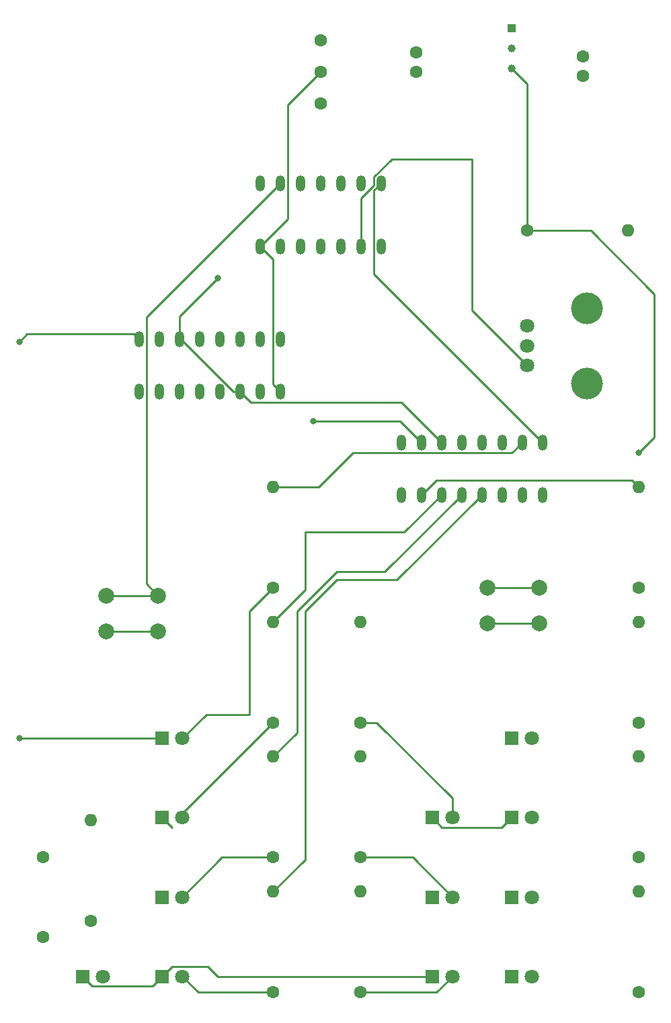
<source format=gbr>
%TF.GenerationSoftware,KiCad,Pcbnew,5.1.8-db9833491~87~ubuntu18.04.1*%
%TF.CreationDate,2020-11-24T07:54:30-06:00*%
%TF.ProjectId,binary-clock-01,62696e61-7279-42d6-936c-6f636b2d3031,rev?*%
%TF.SameCoordinates,Original*%
%TF.FileFunction,Copper,L2,Bot*%
%TF.FilePolarity,Positive*%
%FSLAX46Y46*%
G04 Gerber Fmt 4.6, Leading zero omitted, Abs format (unit mm)*
G04 Created by KiCad (PCBNEW 5.1.8-db9833491~87~ubuntu18.04.1) date 2020-11-24 07:54:30*
%MOMM*%
%LPD*%
G01*
G04 APERTURE LIST*
%TA.AperFunction,ComponentPad*%
%ADD10O,1.200000X2.000000*%
%TD*%
%TA.AperFunction,ComponentPad*%
%ADD11C,1.600000*%
%TD*%
%TA.AperFunction,ComponentPad*%
%ADD12R,1.800000X1.800000*%
%TD*%
%TA.AperFunction,ComponentPad*%
%ADD13C,1.800000*%
%TD*%
%TA.AperFunction,ComponentPad*%
%ADD14O,1.600000X1.600000*%
%TD*%
%TA.AperFunction,WasherPad*%
%ADD15C,4.000000*%
%TD*%
%TA.AperFunction,ComponentPad*%
%ADD16C,2.000000*%
%TD*%
%TA.AperFunction,ComponentPad*%
%ADD17R,1.000000X1.000000*%
%TD*%
%TA.AperFunction,ComponentPad*%
%ADD18C,1.000000*%
%TD*%
%TA.AperFunction,ViaPad*%
%ADD19C,1.600000*%
%TD*%
%TA.AperFunction,ViaPad*%
%ADD20C,0.800000*%
%TD*%
%TA.AperFunction,Conductor*%
%ADD21C,0.250000*%
%TD*%
G04 APERTURE END LIST*
D10*
%TO.P,U102,8*%
%TO.N,GND*%
X100110000Y-74700000D03*
%TO.P,U102,9*%
%TO.N,Net-(U102-Pad9)*%
X100110000Y-81300000D03*
%TO.P,U102,7*%
%TO.N,/SR_DATA*%
X102650000Y-74700000D03*
%TO.P,U102,10*%
%TO.N,Net-(U102-Pad10)*%
X102650000Y-81300000D03*
%TO.P,U102,6*%
%TO.N,/SR_RESET*%
X105190000Y-74700000D03*
%TO.P,U102,11*%
%TO.N,/MM_D1_B2*%
X105190000Y-81300000D03*
%TO.P,U102,5*%
%TO.N,Net-(U102-Pad5)*%
X107730000Y-74700000D03*
%TO.P,U102,12*%
%TO.N,/MM_D1_B1*%
X107730000Y-81300000D03*
%TO.P,U102,4*%
%TO.N,Net-(U102-Pad4)*%
X110270000Y-74700000D03*
%TO.P,U102,13*%
%TO.N,/MM_D1_B0*%
X110270000Y-81300000D03*
%TO.P,U102,3*%
%TO.N,Net-(U102-Pad3)*%
X112810000Y-74700000D03*
%TO.P,U102,14*%
%TO.N,/SR_RESET*%
X112810000Y-81300000D03*
%TO.P,U102,2*%
%TO.N,/HH_D1_B0*%
X115350000Y-74700000D03*
%TO.P,U102,15*%
%TO.N,/SR_DATA*%
X115350000Y-81300000D03*
%TO.P,U102,1*%
%TO.N,/SR_CLK_3*%
X117890000Y-74700000D03*
%TO.P,U102,16*%
%TO.N,+3V3*%
X117890000Y-81300000D03*
%TD*%
D11*
%TO.P,C100,2*%
%TO.N,GND*%
X156000000Y-41500000D03*
%TO.P,C100,1*%
%TO.N,+BATT*%
X156000000Y-39000000D03*
%TD*%
%TO.P,C101,1*%
%TO.N,+3V3*%
X135000000Y-38500000D03*
%TO.P,C101,2*%
%TO.N,GND*%
X135000000Y-41000000D03*
%TD*%
D12*
%TO.P,D100,1*%
%TO.N,GND*%
X93000000Y-155000000D03*
D13*
%TO.P,D100,2*%
%TO.N,Net-(D100-Pad2)*%
X95540000Y-155000000D03*
%TD*%
%TO.P,D101,2*%
%TO.N,Net-(D101-Pad2)*%
X105540000Y-125000000D03*
D12*
%TO.P,D101,1*%
%TO.N,GND*%
X103000000Y-125000000D03*
%TD*%
D13*
%TO.P,D102,2*%
%TO.N,Net-(D102-Pad2)*%
X105540000Y-135000000D03*
D12*
%TO.P,D102,1*%
%TO.N,GND*%
X103000000Y-135000000D03*
%TD*%
%TO.P,D103,1*%
%TO.N,GND*%
X103000000Y-145000000D03*
D13*
%TO.P,D103,2*%
%TO.N,Net-(D103-Pad2)*%
X105540000Y-145000000D03*
%TD*%
%TO.P,D104,2*%
%TO.N,Net-(D104-Pad2)*%
X105540000Y-155000000D03*
D12*
%TO.P,D104,1*%
%TO.N,GND*%
X103000000Y-155000000D03*
%TD*%
%TO.P,D105,1*%
%TO.N,GND*%
X137000000Y-135000000D03*
D13*
%TO.P,D105,2*%
%TO.N,Net-(D105-Pad2)*%
X139540000Y-135000000D03*
%TD*%
%TO.P,D106,2*%
%TO.N,Net-(D106-Pad2)*%
X139540000Y-145000000D03*
D12*
%TO.P,D106,1*%
%TO.N,GND*%
X137000000Y-145000000D03*
%TD*%
%TO.P,D107,1*%
%TO.N,GND*%
X137000000Y-155000000D03*
D13*
%TO.P,D107,2*%
%TO.N,Net-(D107-Pad2)*%
X139540000Y-155000000D03*
%TD*%
%TO.P,D108,2*%
%TO.N,Net-(D108-Pad2)*%
X149540000Y-125000000D03*
D12*
%TO.P,D108,1*%
%TO.N,GND*%
X147000000Y-125000000D03*
%TD*%
%TO.P,D109,1*%
%TO.N,GND*%
X147000000Y-135000000D03*
D13*
%TO.P,D109,2*%
%TO.N,Net-(D109-Pad2)*%
X149540000Y-135000000D03*
%TD*%
%TO.P,D110,2*%
%TO.N,Net-(D110-Pad2)*%
X149540000Y-145000000D03*
D12*
%TO.P,D110,1*%
%TO.N,GND*%
X147000000Y-145000000D03*
%TD*%
%TO.P,D111,1*%
%TO.N,GND*%
X147000000Y-155000000D03*
D13*
%TO.P,D111,2*%
%TO.N,Net-(D111-Pad2)*%
X149540000Y-155000000D03*
%TD*%
D11*
%TO.P,R100,1*%
%TO.N,Net-(D100-Pad2)*%
X94000000Y-148000000D03*
D14*
%TO.P,R100,2*%
%TO.N,/HH_D1_B0*%
X94000000Y-135300000D03*
%TD*%
%TO.P,R101,2*%
%TO.N,/HH_D0_B3*%
X117000000Y-93300000D03*
D11*
%TO.P,R101,1*%
%TO.N,Net-(D101-Pad2)*%
X117000000Y-106000000D03*
%TD*%
%TO.P,R102,1*%
%TO.N,Net-(D102-Pad2)*%
X117000000Y-123000000D03*
D14*
%TO.P,R102,2*%
%TO.N,/HH_D0_B2*%
X117000000Y-110300000D03*
%TD*%
%TO.P,R103,2*%
%TO.N,/HH_D0_B1*%
X117000000Y-127300000D03*
D11*
%TO.P,R103,1*%
%TO.N,Net-(D103-Pad2)*%
X117000000Y-140000000D03*
%TD*%
%TO.P,R104,1*%
%TO.N,Net-(D104-Pad2)*%
X117000000Y-157000000D03*
D14*
%TO.P,R104,2*%
%TO.N,/HH_D0_B0*%
X117000000Y-144300000D03*
%TD*%
%TO.P,R105,2*%
%TO.N,/MM_D1_B2*%
X128000000Y-110300000D03*
D11*
%TO.P,R105,1*%
%TO.N,Net-(D105-Pad2)*%
X128000000Y-123000000D03*
%TD*%
%TO.P,R106,1*%
%TO.N,Net-(D106-Pad2)*%
X128000000Y-140000000D03*
D14*
%TO.P,R106,2*%
%TO.N,/MM_D1_B1*%
X128000000Y-127300000D03*
%TD*%
D11*
%TO.P,R107,1*%
%TO.N,Net-(D107-Pad2)*%
X128000000Y-157000000D03*
D14*
%TO.P,R107,2*%
%TO.N,/MM_D1_B0*%
X128000000Y-144300000D03*
%TD*%
D11*
%TO.P,R108,1*%
%TO.N,Net-(D108-Pad2)*%
X163000000Y-106000000D03*
D14*
%TO.P,R108,2*%
%TO.N,/MM_D0_B3*%
X163000000Y-93300000D03*
%TD*%
D11*
%TO.P,R109,1*%
%TO.N,Net-(D109-Pad2)*%
X163000000Y-123000000D03*
D14*
%TO.P,R109,2*%
%TO.N,/MM_D0_B2*%
X163000000Y-110300000D03*
%TD*%
D11*
%TO.P,R110,1*%
%TO.N,Net-(D110-Pad2)*%
X163000000Y-140000000D03*
D14*
%TO.P,R110,2*%
%TO.N,/MM_D0_B1*%
X163000000Y-127300000D03*
%TD*%
%TO.P,R111,2*%
%TO.N,/MM_D0_B0*%
X163000000Y-144300000D03*
D11*
%TO.P,R111,1*%
%TO.N,Net-(D111-Pad2)*%
X163000000Y-157000000D03*
%TD*%
%TO.P,R112,1*%
%TO.N,+3V3*%
X149000000Y-61000000D03*
D14*
%TO.P,R112,2*%
%TO.N,Net-(R112-Pad2)*%
X161700000Y-61000000D03*
%TD*%
D13*
%TO.P,RV100,3*%
%TO.N,Net-(RV100-Pad3)*%
X149000000Y-73000000D03*
%TO.P,RV100,2*%
%TO.N,Net-(R112-Pad2)*%
X149000000Y-75500000D03*
%TO.P,RV100,1*%
%TO.N,Net-(RV100-Pad1)*%
X149000000Y-78000000D03*
D15*
%TO.P,RV100,*%
%TO.N,*%
X156500000Y-70750000D03*
X156500000Y-80250000D03*
%TD*%
D16*
%TO.P,SW100,2*%
%TO.N,GND*%
X96000000Y-111500000D03*
%TO.P,SW100,1*%
%TO.N,Net-(SW100-Pad1)*%
X96000000Y-107000000D03*
%TO.P,SW100,2*%
%TO.N,GND*%
X102500000Y-111500000D03*
%TO.P,SW100,1*%
%TO.N,Net-(SW100-Pad1)*%
X102500000Y-107000000D03*
%TD*%
%TO.P,SW101,1*%
%TO.N,Net-(SW101-Pad1)*%
X150500000Y-106000000D03*
%TO.P,SW101,2*%
%TO.N,GND*%
X150500000Y-110500000D03*
%TO.P,SW101,1*%
%TO.N,Net-(SW101-Pad1)*%
X144000000Y-106000000D03*
%TO.P,SW101,2*%
%TO.N,GND*%
X144000000Y-110500000D03*
%TD*%
D17*
%TO.P,U100,1*%
%TO.N,+BATT*%
X147000000Y-35460000D03*
D18*
%TO.P,U100,2*%
%TO.N,GND*%
X147000000Y-38000000D03*
%TO.P,U100,3*%
%TO.N,+3V3*%
X147000000Y-40540000D03*
%TD*%
D10*
%TO.P,U101,14*%
%TO.N,GND*%
X115380000Y-55000000D03*
%TO.P,U101,1*%
%TO.N,+3V3*%
X115380000Y-63000000D03*
%TO.P,U101,13*%
%TO.N,Net-(SW100-Pad1)*%
X117920000Y-55000000D03*
%TO.P,U101,2*%
%TO.N,Net-(U101-Pad2)*%
X117920000Y-63000000D03*
%TO.P,U101,12*%
%TO.N,Net-(SW101-Pad1)*%
X120460000Y-55000000D03*
%TO.P,U101,3*%
%TO.N,Net-(U101-Pad3)*%
X120460000Y-63000000D03*
%TO.P,U101,11*%
%TO.N,/SR_RESET*%
X123000000Y-55000000D03*
%TO.P,U101,4*%
%TO.N,Net-(U101-Pad4)*%
X123000000Y-63000000D03*
%TO.P,U101,10*%
%TO.N,/SR_DATA*%
X125540000Y-55000000D03*
%TO.P,U101,5*%
%TO.N,Net-(U101-Pad5)*%
X125540000Y-63000000D03*
%TO.P,U101,9*%
%TO.N,/SR_CLK_1*%
X128080000Y-55000000D03*
%TO.P,U101,6*%
%TO.N,Net-(RV100-Pad1)*%
X128080000Y-63000000D03*
%TO.P,U101,8*%
%TO.N,/SR_CLK_2*%
X130620000Y-55000000D03*
%TO.P,U101,7*%
%TO.N,/SR_CLK_3*%
X130620000Y-63000000D03*
%TD*%
%TO.P,U103,16*%
%TO.N,+3V3*%
X150890000Y-94300000D03*
%TO.P,U103,1*%
%TO.N,/SR_CLK_2*%
X150890000Y-87700000D03*
%TO.P,U103,15*%
%TO.N,/SR_DATA*%
X148350000Y-94300000D03*
%TO.P,U103,2*%
%TO.N,/HH_D0_B3*%
X148350000Y-87700000D03*
%TO.P,U103,14*%
%TO.N,/SR_RESET*%
X145810000Y-94300000D03*
%TO.P,U103,3*%
%TO.N,/MM_D0_B2*%
X145810000Y-87700000D03*
%TO.P,U103,13*%
%TO.N,/HH_D0_B0*%
X143270000Y-94300000D03*
%TO.P,U103,4*%
%TO.N,/MM_D0_B1*%
X143270000Y-87700000D03*
%TO.P,U103,12*%
%TO.N,/HH_D0_B1*%
X140730000Y-94300000D03*
%TO.P,U103,5*%
%TO.N,/MM_D0_B0*%
X140730000Y-87700000D03*
%TO.P,U103,11*%
%TO.N,/HH_D0_B2*%
X138190000Y-94300000D03*
%TO.P,U103,6*%
%TO.N,/SR_RESET*%
X138190000Y-87700000D03*
%TO.P,U103,10*%
%TO.N,/MM_D0_B3*%
X135650000Y-94300000D03*
%TO.P,U103,7*%
%TO.N,/SR_DATA*%
X135650000Y-87700000D03*
%TO.P,U103,9*%
%TO.N,/SR_CLK_1*%
X133110000Y-94300000D03*
%TO.P,U103,8*%
%TO.N,GND*%
X133110000Y-87700000D03*
%TD*%
D19*
%TO.N,GND*%
X88000000Y-140000000D03*
X123000000Y-45000000D03*
D20*
X85000000Y-125000000D03*
X85000000Y-75000000D03*
D19*
%TO.N,+BATT*%
X88000000Y-150000000D03*
X123000000Y-37000000D03*
%TO.N,+3V3*%
X123000000Y-41000000D03*
D20*
X163000000Y-89000000D03*
%TO.N,/SR_RESET*%
X110000000Y-67000000D03*
%TO.N,/SR_DATA*%
X122000000Y-85000000D03*
%TD*%
D21*
%TO.N,GND*%
X101774999Y-156225001D02*
X103000000Y-155000000D01*
X94225001Y-156225001D02*
X101774999Y-156225001D01*
X93000000Y-155000000D02*
X94225001Y-156225001D01*
X104225001Y-136225001D02*
X103000000Y-135000000D01*
X103000000Y-125000000D02*
X85000000Y-125000000D01*
X85000000Y-125000000D02*
X85000000Y-125000000D01*
X144000000Y-110500000D02*
X150500000Y-110500000D01*
X96000000Y-111500000D02*
X102500000Y-111500000D01*
X147726998Y-125000000D02*
X147000000Y-125000000D01*
X145774999Y-136225001D02*
X147000000Y-135000000D01*
X138225001Y-136225001D02*
X145774999Y-136225001D01*
X137000000Y-135000000D02*
X138225001Y-136225001D01*
X137000000Y-155000000D02*
X110000000Y-155000000D01*
X104225001Y-153774999D02*
X103000000Y-155000000D01*
X108774999Y-153774999D02*
X104225001Y-153774999D01*
X110000000Y-155000000D02*
X108774999Y-153774999D01*
X100110000Y-74700000D02*
X99410000Y-74000000D01*
X99410000Y-74000000D02*
X86000000Y-74000000D01*
X86000000Y-74000000D02*
X85000000Y-75000000D01*
%TO.N,+3V3*%
X118845010Y-59534990D02*
X115380000Y-63000000D01*
X118845010Y-45154990D02*
X118845010Y-59534990D01*
X123000000Y-41000000D02*
X118845010Y-45154990D01*
X149000000Y-42540000D02*
X147000000Y-40540000D01*
X149000000Y-61000000D02*
X149000000Y-42540000D01*
X116964990Y-64584990D02*
X115380000Y-63000000D01*
X116964990Y-80374990D02*
X116964990Y-64584990D01*
X117890000Y-81300000D02*
X116964990Y-80374990D01*
X149000000Y-61000000D02*
X157000000Y-61000000D01*
X157000000Y-61000000D02*
X165000000Y-69000000D01*
X165000000Y-69000000D02*
X165000000Y-87000000D01*
X165000000Y-87000000D02*
X163000000Y-89000000D01*
X163000000Y-89000000D02*
X163000000Y-89000000D01*
%TO.N,Net-(D101-Pad2)*%
X117000000Y-106000000D02*
X114000000Y-109000000D01*
X114000000Y-109000000D02*
X114000000Y-122000000D01*
X108540000Y-122000000D02*
X105540000Y-125000000D01*
X114000000Y-122000000D02*
X108540000Y-122000000D01*
%TO.N,Net-(D102-Pad2)*%
X105540000Y-134460000D02*
X105540000Y-135000000D01*
X117000000Y-123000000D02*
X105540000Y-134460000D01*
%TO.N,Net-(D103-Pad2)*%
X110540000Y-140000000D02*
X105540000Y-145000000D01*
X117000000Y-140000000D02*
X110540000Y-140000000D01*
%TO.N,Net-(D104-Pad2)*%
X107540000Y-157000000D02*
X105540000Y-155000000D01*
X117000000Y-157000000D02*
X107540000Y-157000000D01*
%TO.N,Net-(D105-Pad2)*%
X128000000Y-123000000D02*
X130000000Y-123000000D01*
X139540000Y-132540000D02*
X139540000Y-135000000D01*
X130000000Y-123000000D02*
X139540000Y-132540000D01*
%TO.N,Net-(D106-Pad2)*%
X134540000Y-140000000D02*
X139540000Y-145000000D01*
X128000000Y-140000000D02*
X134540000Y-140000000D01*
%TO.N,Net-(D107-Pad2)*%
X137540000Y-157000000D02*
X139540000Y-155000000D01*
X128000000Y-157000000D02*
X137540000Y-157000000D01*
%TO.N,/HH_D0_B3*%
X117000000Y-93300000D02*
X122700000Y-93300000D01*
X122700000Y-93300000D02*
X127000000Y-89000000D01*
X147024990Y-89025010D02*
X148350000Y-87700000D01*
X127025010Y-89025010D02*
X147024990Y-89025010D01*
X127000000Y-89000000D02*
X127025010Y-89025010D01*
%TO.N,/HH_D0_B2*%
X117000000Y-110300000D02*
X121000000Y-106300000D01*
X121000000Y-106300000D02*
X121000000Y-99000000D01*
X133490000Y-99000000D02*
X138190000Y-94300000D01*
X121000000Y-99000000D02*
X133490000Y-99000000D01*
%TO.N,/HH_D0_B1*%
X117000000Y-127300000D02*
X120000000Y-124300000D01*
X120000000Y-124300000D02*
X120000000Y-109000000D01*
X120000000Y-109000000D02*
X125000000Y-104000000D01*
X131030000Y-104000000D02*
X140730000Y-94300000D01*
X125000000Y-104000000D02*
X131030000Y-104000000D01*
%TO.N,/HH_D0_B0*%
X117000000Y-144300000D02*
X121000000Y-140300000D01*
X121000000Y-140300000D02*
X121000000Y-109000000D01*
X121000000Y-109000000D02*
X125000000Y-105000000D01*
X132570000Y-105000000D02*
X143270000Y-94300000D01*
X125000000Y-105000000D02*
X132570000Y-105000000D01*
%TO.N,/MM_D0_B3*%
X162200001Y-92500001D02*
X137499999Y-92500001D01*
X163000000Y-93300000D02*
X162200001Y-92500001D01*
X135700000Y-94300000D02*
X135650000Y-94300000D01*
X137499999Y-92500001D02*
X135700000Y-94300000D01*
%TO.N,Net-(RV100-Pad1)*%
X129694990Y-54216849D02*
X131911839Y-52000000D01*
X129694990Y-55288600D02*
X129694990Y-54216849D01*
X128080000Y-63000000D02*
X128080000Y-56903590D01*
X128080000Y-56903590D02*
X129694990Y-55288600D01*
X131911839Y-52000000D02*
X142000000Y-52000000D01*
X142000000Y-71000000D02*
X149000000Y-78000000D01*
X142000000Y-52000000D02*
X142000000Y-71000000D01*
%TO.N,Net-(SW100-Pad1)*%
X96000000Y-107000000D02*
X102500000Y-107000000D01*
X101035010Y-105535010D02*
X102500000Y-107000000D01*
X101035010Y-71884990D02*
X101035010Y-105535010D01*
X117920000Y-55000000D02*
X101035010Y-71884990D01*
%TO.N,Net-(SW101-Pad1)*%
X144000000Y-106000000D02*
X150500000Y-106000000D01*
%TO.N,/SR_RESET*%
X111978161Y-81300000D02*
X112810000Y-81300000D01*
X105378161Y-74700000D02*
X111978161Y-81300000D01*
X105190000Y-74700000D02*
X105378161Y-74700000D01*
X133115010Y-82625010D02*
X138190000Y-87700000D01*
X114135010Y-82625010D02*
X133115010Y-82625010D01*
X112810000Y-81300000D02*
X114135010Y-82625010D01*
X105190000Y-74700000D02*
X105190000Y-71810000D01*
X105190000Y-71810000D02*
X110000000Y-67000000D01*
X110000000Y-67000000D02*
X110000000Y-67000000D01*
%TO.N,/SR_DATA*%
X132950000Y-85000000D02*
X135650000Y-87700000D01*
X122000000Y-85000000D02*
X132950000Y-85000000D01*
%TO.N,/SR_CLK_2*%
X129694990Y-55925010D02*
X129694990Y-66504990D01*
X129694990Y-66504990D02*
X150890000Y-87700000D01*
X130620000Y-55000000D02*
X129694990Y-55925010D01*
%TD*%
M02*

</source>
